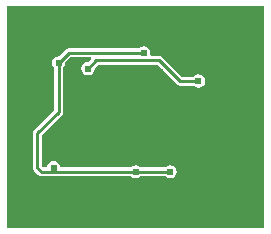
<source format=gbl>
G04*
G04 #@! TF.GenerationSoftware,Altium Limited,Altium Designer,21.0.9 (235)*
G04*
G04 Layer_Physical_Order=4*
G04 Layer_Color=16711680*
%FSLAX24Y24*%
%MOIN*%
G70*
G04*
G04 #@! TF.SameCoordinates,695E6B6B-3BE2-4236-A256-E8BF4F8708C6*
G04*
G04*
G04 #@! TF.FilePolarity,Positive*
G04*
G01*
G75*
%ADD10C,0.0098*%
%ADD38C,0.0240*%
G36*
X4690Y-3706D02*
X-3903D01*
Y3706D01*
X4690D01*
Y-3706D01*
D02*
G37*
%LPC*%
G36*
X659Y2370D02*
X574Y2353D01*
X501Y2304D01*
X497Y2298D01*
X-1841D01*
X-1899Y2286D01*
X-1948Y2253D01*
X-1948Y2253D01*
X-2168Y2034D01*
X-2175Y2035D01*
X-2261Y2018D01*
X-2334Y1970D01*
X-2382Y1897D01*
X-2400Y1811D01*
X-2382Y1725D01*
X-2334Y1652D01*
X-2327Y1648D01*
Y238D01*
X-2984Y-419D01*
X-3017Y-469D01*
X-3029Y-527D01*
Y-1683D01*
X-3017Y-1741D01*
X-2984Y-1791D01*
X-2847Y-1928D01*
X-2847Y-1928D01*
X-2797Y-1961D01*
X-2739Y-1973D01*
X-2739Y-1973D01*
X241D01*
X245Y-1979D01*
X318Y-2028D01*
X404Y-2045D01*
X489Y-2028D01*
X562Y-1979D01*
X566Y-1973D01*
X1382D01*
X1387Y-1979D01*
X1459Y-2028D01*
X1545Y-2045D01*
X1631Y-2028D01*
X1704Y-1979D01*
X1753Y-1907D01*
X1770Y-1821D01*
X1753Y-1735D01*
X1704Y-1662D01*
X1631Y-1614D01*
X1545Y-1597D01*
X1459Y-1614D01*
X1387Y-1662D01*
X1382Y-1669D01*
X566D01*
X562Y-1662D01*
X489Y-1614D01*
X404Y-1597D01*
X318Y-1614D01*
X245Y-1662D01*
X241Y-1669D01*
X-2115D01*
X-2130Y-1597D01*
X-2178Y-1524D01*
X-2251Y-1476D01*
X-2337Y-1459D01*
X-2423Y-1476D01*
X-2495Y-1524D01*
X-2544Y-1597D01*
X-2558Y-1669D01*
X-2676D01*
X-2725Y-1620D01*
Y-590D01*
X-2068Y67D01*
X-2068Y67D01*
X-2035Y117D01*
X-2023Y175D01*
Y1648D01*
X-2017Y1652D01*
X-1968Y1725D01*
X-1951Y1811D01*
X-1952Y1819D01*
X-1778Y1994D01*
X-1097D01*
X-1078Y1947D01*
X-1183Y1842D01*
X-1191Y1843D01*
X-1277Y1826D01*
X-1350Y1778D01*
X-1398Y1705D01*
X-1415Y1619D01*
X-1398Y1533D01*
X-1350Y1460D01*
X-1277Y1412D01*
X-1191Y1395D01*
X-1105Y1412D01*
X-1032Y1460D01*
X-984Y1533D01*
X-967Y1619D01*
X-968Y1627D01*
X-847Y1748D01*
X1117D01*
X1772Y1093D01*
X1772Y1093D01*
X1821Y1060D01*
X1879Y1049D01*
X1879Y1049D01*
X2323D01*
X2327Y1042D01*
X2400Y994D01*
X2486Y976D01*
X2572Y994D01*
X2645Y1042D01*
X2693Y1115D01*
X2710Y1201D01*
X2693Y1287D01*
X2645Y1359D01*
X2572Y1408D01*
X2486Y1425D01*
X2400Y1408D01*
X2327Y1359D01*
X2323Y1353D01*
X1942D01*
X1288Y2008D01*
X1238Y2041D01*
X1180Y2052D01*
X916D01*
X875Y2102D01*
X884Y2146D01*
X867Y2232D01*
X818Y2304D01*
X745Y2353D01*
X659Y2370D01*
D02*
G37*
%LPD*%
D10*
X-910Y1900D02*
X1180D01*
X1879Y1201D01*
X2486D01*
X404Y-1821D02*
X404Y-1821D01*
X-2739Y-1821D02*
X404D01*
X-2877Y-1683D02*
X-2739Y-1821D01*
X-2175Y175D02*
Y1811D01*
X-2877Y-527D02*
X-2175Y175D01*
X-2877Y-1683D02*
Y-527D01*
X404Y-1821D02*
X1545D01*
X-1841Y2146D02*
X659D01*
X-2175Y1811D02*
X-1841Y2146D01*
X-1191Y1619D02*
X-910Y1900D01*
D38*
X1949Y1841D02*
D03*
X3490Y-3590D02*
D03*
Y-2590D02*
D03*
X2472D02*
D03*
Y-3590D02*
D03*
X2825Y-797D02*
D03*
X3570Y3590D02*
D03*
X757D02*
D03*
Y2953D02*
D03*
X1390Y3020D02*
D03*
X2710Y2210D02*
D03*
X2700Y1550D02*
D03*
X2486Y1201D02*
D03*
X2590Y700D02*
D03*
X2569Y-39D02*
D03*
X4566Y-79D02*
D03*
X4566Y679D02*
D03*
X2910Y1050D02*
D03*
X4570Y-3590D02*
D03*
Y-2590D02*
D03*
Y-1590D02*
D03*
X2472D02*
D03*
X3490D02*
D03*
Y-590D02*
D03*
X4570D02*
D03*
X2570Y3590D02*
D03*
X4570D02*
D03*
X1570D02*
D03*
X4570Y2590D02*
D03*
X3570D02*
D03*
X4570Y1590D02*
D03*
X3570D02*
D03*
X3566Y679D02*
D03*
X3566Y-79D02*
D03*
X-1580Y2520D02*
D03*
X-1610Y1760D02*
D03*
X709Y-709D02*
D03*
X236D02*
D03*
X-236D02*
D03*
X-709D02*
D03*
X709Y-236D02*
D03*
X236D02*
D03*
X-236D02*
D03*
X-709D02*
D03*
X709Y236D02*
D03*
X236D02*
D03*
X-236D02*
D03*
X-709D02*
D03*
X709Y709D02*
D03*
X236D02*
D03*
X-236D02*
D03*
X-709D02*
D03*
X-2002Y-1330D02*
D03*
X-3790D02*
D03*
X1417Y-1378D02*
D03*
X1211Y-2550D02*
D03*
X404Y-2244D02*
D03*
X1545Y-1821D02*
D03*
X404Y-1821D02*
D03*
X-709Y1457D02*
D03*
X-2175Y1811D02*
D03*
X1201Y1496D02*
D03*
X659Y2146D02*
D03*
X-3062Y-157D02*
D03*
X-2337Y-1683D02*
D03*
X-3790Y-3590D02*
D03*
Y-2470D02*
D03*
Y984D02*
D03*
Y2362D02*
D03*
Y3590D02*
D03*
X-2559D02*
D03*
X-1575D02*
D03*
X-719D02*
D03*
X-2559Y2362D02*
D03*
X-787Y2559D02*
D03*
X-2913Y1467D02*
D03*
X-2835Y1033D02*
D03*
X-2619Y394D02*
D03*
X-3790Y-60D02*
D03*
X-2500Y-3590D02*
D03*
X-2503Y-2559D02*
D03*
X-1912D02*
D03*
X-1970Y-3590D02*
D03*
X-1020D02*
D03*
X-1516Y-2864D02*
D03*
X-1043D02*
D03*
X148Y-2559D02*
D03*
X260Y-3590D02*
D03*
X1208D02*
D03*
X1496Y-2234D02*
D03*
X295Y2904D02*
D03*
X-1191Y1619D02*
D03*
M02*

</source>
